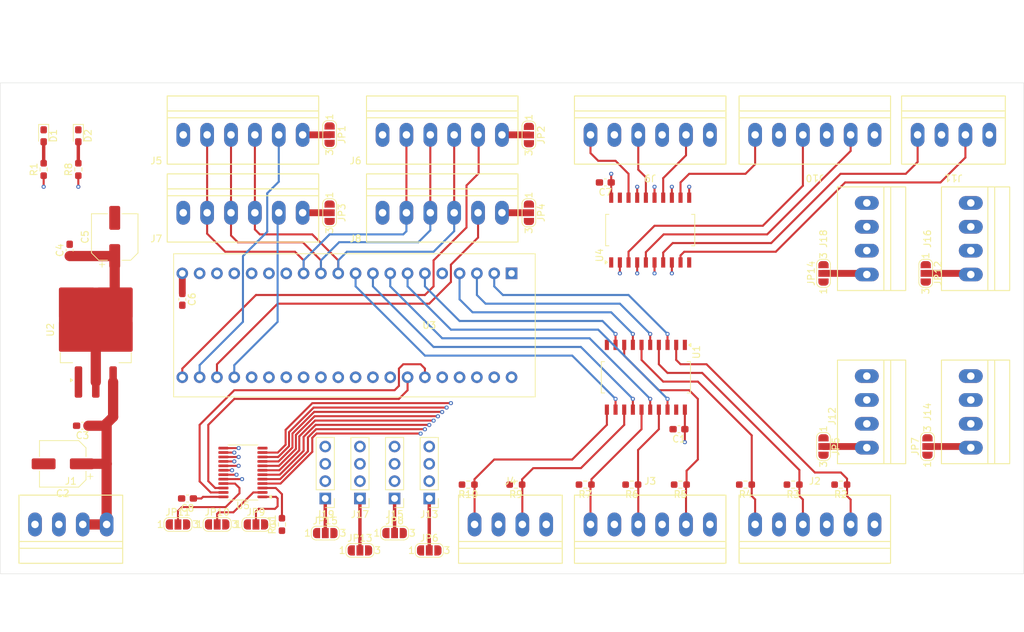
<source format=kicad_pcb>
(kicad_pcb
	(version 20240108)
	(generator "pcbnew")
	(generator_version "8.0")
	(general
		(thickness 1.6)
		(legacy_teardrops no)
	)
	(paper "A4")
	(layers
		(0 "F.Cu" signal)
		(1 "In1.Cu" signal)
		(2 "In2.Cu" signal)
		(31 "B.Cu" signal)
		(32 "B.Adhes" user "B.Adhesive")
		(33 "F.Adhes" user "F.Adhesive")
		(34 "B.Paste" user)
		(35 "F.Paste" user)
		(36 "B.SilkS" user "B.Silkscreen")
		(37 "F.SilkS" user "F.Silkscreen")
		(38 "B.Mask" user)
		(39 "F.Mask" user)
		(40 "Dwgs.User" user "User.Drawings")
		(41 "Cmts.User" user "User.Comments")
		(42 "Eco1.User" user "User.Eco1")
		(43 "Eco2.User" user "User.Eco2")
		(44 "Edge.Cuts" user)
		(45 "Margin" user)
		(46 "B.CrtYd" user "B.Courtyard")
		(47 "F.CrtYd" user "F.Courtyard")
		(48 "B.Fab" user)
		(49 "F.Fab" user)
		(50 "User.1" user)
		(51 "User.2" user)
		(52 "User.3" user)
		(53 "User.4" user)
		(54 "User.5" user)
		(55 "User.6" user)
		(56 "User.7" user)
		(57 "User.8" user)
		(58 "User.9" user)
	)
	(setup
		(stackup
			(layer "F.SilkS"
				(type "Top Silk Screen")
			)
			(layer "F.Paste"
				(type "Top Solder Paste")
			)
			(layer "F.Mask"
				(type "Top Solder Mask")
				(thickness 0.01)
			)
			(layer "F.Cu"
				(type "copper")
				(thickness 0.035)
			)
			(layer "dielectric 1"
				(type "prepreg")
				(thickness 0.1)
				(material "FR4")
				(epsilon_r 4.5)
				(loss_tangent 0.02)
			)
			(layer "In1.Cu"
				(type "copper")
				(thickness 0.035)
			)
			(layer "dielectric 2"
				(type "core")
				(thickness 1.24)
				(material "FR4")
				(epsilon_r 4.5)
				(loss_tangent 0.02)
			)
			(layer "In2.Cu"
				(type "copper")
				(thickness 0.035)
			)
			(layer "dielectric 3"
				(type "prepreg")
				(thickness 0.1)
				(material "FR4")
				(epsilon_r 4.5)
				(loss_tangent 0.02)
			)
			(layer "B.Cu"
				(type "copper")
				(thickness 0.035)
			)
			(layer "B.Mask"
				(type "Bottom Solder Mask")
				(thickness 0.01)
			)
			(layer "B.Paste"
				(type "Bottom Solder Paste")
			)
			(layer "B.SilkS"
				(type "Bottom Silk Screen")
			)
			(copper_finish "None")
			(dielectric_constraints no)
		)
		(pad_to_mask_clearance 0)
		(allow_soldermask_bridges_in_footprints no)
		(pcbplotparams
			(layerselection 0x00010fc_ffffffff)
			(plot_on_all_layers_selection 0x0000000_00000000)
			(disableapertmacros no)
			(usegerberextensions no)
			(usegerberattributes yes)
			(usegerberadvancedattributes yes)
			(creategerberjobfile yes)
			(dashed_line_dash_ratio 12.000000)
			(dashed_line_gap_ratio 3.000000)
			(svgprecision 4)
			(plotframeref no)
			(viasonmask no)
			(mode 1)
			(useauxorigin no)
			(hpglpennumber 1)
			(hpglpenspeed 20)
			(hpglpendiameter 15.000000)
			(pdf_front_fp_property_popups yes)
			(pdf_back_fp_property_popups yes)
			(dxfpolygonmode yes)
			(dxfimperialunits yes)
			(dxfusepcbnewfont yes)
			(psnegative no)
			(psa4output no)
			(plotreference yes)
			(plotvalue yes)
			(plotfptext yes)
			(plotinvisibletext no)
			(sketchpadsonfab no)
			(subtractmaskfromsilk no)
			(outputformat 1)
			(mirror no)
			(drillshape 1)
			(scaleselection 1)
			(outputdirectory "")
		)
	)
	(net 0 "")
	(net 1 "GND")
	(net 2 "+5V")
	(net 3 "+3.3V")
	(net 4 "Net-(D1-A)")
	(net 5 "Net-(D2-A)")
	(net 6 "POCI")
	(net 7 "Net-(J5-Pin_1)")
	(net 8 "PICO")
	(net 9 "SCK")
	(net 10 "CS1")
	(net 11 "CS0")
	(net 12 "Net-(J6-Pin_1)")
	(net 13 "CS3")
	(net 14 "Net-(J7-Pin_1)")
	(net 15 "Net-(J8-Pin_1)")
	(net 16 "CS2")
	(net 17 "Net-(J9-Pin_4)")
	(net 18 "Net-(J9-Pin_6)")
	(net 19 "Net-(J9-Pin_2)")
	(net 20 "OUT-SD0")
	(net 21 "Net-(J12-Pin_1)")
	(net 22 "OUT-SC0")
	(net 23 "OUT-SC4")
	(net 24 "Net-(J13-Pin_1)")
	(net 25 "OUT-SD4")
	(net 26 "OUT-SC1")
	(net 27 "Net-(J14-Pin_1)")
	(net 28 "OUT-SD1")
	(net 29 "OUT-SC5")
	(net 30 "OUT-SD5")
	(net 31 "Net-(J15-Pin_1)")
	(net 32 "OUT-SC2")
	(net 33 "OUT-SD2")
	(net 34 "Net-(J16-Pin_1)")
	(net 35 "Net-(J17-Pin_1)")
	(net 36 "OUT-SC6")
	(net 37 "OUT-SD6")
	(net 38 "OUT-SC3")
	(net 39 "Net-(J18-Pin_1)")
	(net 40 "OUT-SD3")
	(net 41 "Net-(J19-Pin_1)")
	(net 42 "OUT-SC7")
	(net 43 "OUT-SD7")
	(net 44 "Net-(JP9-C)")
	(net 45 "Net-(JP10-C)")
	(net 46 "Net-(JP11-C)")
	(net 47 "Net-(U5-~{RESET})")
	(net 48 "AUX-IN3")
	(net 49 "AUX-IN1")
	(net 50 "AUX-IN6")
	(net 51 "AUX-IN2")
	(net 52 "AUX-IN4")
	(net 53 "SW1-AZ")
	(net 54 "SW2-AZ")
	(net 55 "AUX-IN5")
	(net 56 "unconnected-(U3-PB1-Pad15)")
	(net 57 "unconnected-(U3-3V3-Pad18)")
	(net 58 "EN-AZ")
	(net 59 "EN-EL")
	(net 60 "unconnected-(U3-PB2-Pad16)")
	(net 61 "unconnected-(U3-NRST-Pad5)")
	(net 62 "AUX-OUT1")
	(net 63 "DIR-AZ")
	(net 64 "SCL")
	(net 65 "unconnected-(U3-PB9-Pad37)")
	(net 66 "SDA")
	(net 67 "unconnected-(U3-PB0-Pad14)")
	(net 68 "unconnected-(U3-VBAT-Pad1)")
	(net 69 "unconnected-(U3-3V3-Pad40)")
	(net 70 "unconnected-(U3-PB8-Pad36)")
	(net 71 "unconnected-(U3-PB10-Pad17)")
	(net 72 "STEP-AZ")
	(net 73 "STEP-EL")
	(net 74 "unconnected-(U3-PB5-Pad33)")
	(net 75 "DIR-EL")
	(net 76 "AUX-OUT2")
	(net 77 "Net-(J10-Pin_4)")
	(net 78 "Net-(J10-Pin_6)")
	(net 79 "Net-(J10-Pin_2)")
	(net 80 "Net-(J11-Pin_4)")
	(net 81 "Net-(J11-Pin_2)")
	(net 82 "Net-(J4-Pin_1)")
	(net 83 "Net-(J4-Pin_3)")
	(net 84 "Net-(J3-Pin_5)")
	(net 85 "Net-(J3-Pin_3)")
	(net 86 "Net-(J3-Pin_1)")
	(net 87 "Net-(J2-Pin_1)")
	(net 88 "Net-(J2-Pin_5)")
	(net 89 "Net-(J2-Pin_3)")
	(footprint "LED_SMD:LED_0603_1608Metric_Pad1.05x0.95mm_HandSolder" (layer "F.Cu") (at 62.23 71.261 -90))
	(footprint "Jumper:SolderJumper-3_P1.3mm_Open_RoundedPad1.0x1.5mm_NumberLabels" (layer "F.Cu") (at 76.835 128.27))
	(footprint "spta:SPTA-1-6-3,5" (layer "F.Cu") (at 115.57 82.55 180))
	(footprint "spta:SPTA-1-6-3,5" (layer "F.Cu") (at 170.18 71.12 180))
	(footprint "spta:SPTA-1-6-3,5" (layer "F.Cu") (at 146.05 128.27))
	(footprint "Capacitor_SMD:C_0603_1608Metric_Pad1.08x0.95mm_HandSolder" (layer "F.Cu") (at 139.4725 78.105 180))
	(footprint "Jumper:SolderJumper-3_P1.3mm_Open_RoundedPad1.0x1.5mm_NumberLabels" (layer "F.Cu") (at 186.69 116.84 90))
	(footprint "spta:SPTA-1-4-3,5" (layer "F.Cu") (at 125.56 128.27))
	(footprint "spta:SPTA-1-6-3,5" (layer "F.Cu") (at 170.18 128.27))
	(footprint "Jumper:SolderJumper-3_P1.3mm_Open_RoundedPad1.0x1.5mm_NumberLabels" (layer "F.Cu") (at 128.27 71.15 -90))
	(footprint "Capacitor_SMD:C_0603_1608Metric_Pad1.08x0.95mm_HandSolder" (layer "F.Cu") (at 150.2675 114.3 180))
	(footprint "spta:SPTA-1-4-3,5" (layer "F.Cu") (at 177.8 111.76 90))
	(footprint "Jumper:SolderJumper-3_P1.3mm_Open_RoundedPad1.0x1.5mm_NumberLabels" (layer "F.Cu") (at 171.45 116.84 -90))
	(footprint "Jumper:SolderJumper-3_P1.3mm_Open_RoundedPad1.0x1.5mm_NumberLabels" (layer "F.Cu") (at 99.06 82.55 -90))
	(footprint "Resistor_SMD:R_0603_1608Metric_Pad0.98x0.95mm_HandSolder" (layer "F.Cu") (at 92.075 128.27 90))
	(footprint "BlackPill_F4xx_v2:BlackPill_F4xx_v2" (layer "F.Cu") (at 125.73 91.44 90))
	(footprint "spta:SPTA-1-6-3,5" (layer "F.Cu") (at 146.05 71.12 180))
	(footprint "Resistor_SMD:R_0603_1608Metric_Pad0.98x0.95mm_HandSolder" (layer "F.Cu") (at 119.38 122.428 180))
	(footprint "Resistor_SMD:R_0603_1608Metric_Pad0.98x0.95mm_HandSolder" (layer "F.Cu") (at 160.02 122.428 180))
	(footprint "Resistor_SMD:R_0603_1608Metric_Pad0.98x0.95mm_HandSolder" (layer "F.Cu") (at 136.525 122.428 180))
	(footprint "Jumper:SolderJumper-3_P1.3mm_Open_RoundedPad1.0x1.5mm_NumberLabels" (layer "F.Cu") (at 186.436 91.44 -90))
	(footprint "Resistor_SMD:R_0603_1608Metric_Pad0.98x0.95mm_HandSolder" (layer "F.Cu") (at 173.99 122.428 180))
	(footprint "Capacitor_SMD:C_0603_1608Metric_Pad1.08x0.95mm_HandSolder" (layer "F.Cu") (at 78.232 124.46 180))
	(footprint "Package_SO:SO-20_12.8x7.5mm_P1.27mm" (layer "F.Cu") (at 145.415 106.68 -90))
	(footprint "Resistor_SMD:R_0603_1608Metric_Pad0.98x0.95mm_HandSolder" (layer "F.Cu") (at 57.15 76.2 90))
	(footprint "spta:SPTA-1-4-3,5" (layer "F.Cu") (at 193.04 86.36 90))
	(footprint "Jumper:SolderJumper-3_P1.3mm_Open_RoundedPad1.0x1.5mm_NumberLabels" (layer "F.Cu") (at 171.45 91.44 90))
	(footprint "Jumper:SolderJumper-3_P1.3mm_Open_RoundedPad1.0x1.5mm_NumberLabels" (layer "F.Cu") (at 113.665 132.08))
	(footprint "spta:SPTA-1-6-3,5" (layer "F.Cu") (at 115.57 71.12 180))
	(footprint "Connector_PinHeader_2.54mm:PinHeader_1x04_P2.54mm_Vertical" (layer "F.Cu") (at 113.665 124.46 180))
	(footprint "Jumper:SolderJumper-3_P1.3mm_Open_RoundedPad1.0x1.5mm_NumberLabels" (layer "F.Cu") (at 98.425 129.54))
	(footprint "spta:SPTA-1-6-3,5" (layer "F.Cu") (at 86.36 71.12 180))
	(footprint "Resistor_SMD:R_0603_1608Metric_Pad0.98x0.95mm_HandSolder" (layer "F.Cu") (at 167.005 122.428 180))
	(footprint "Jumper:SolderJumper-3_P1.3mm_Open_RoundedPad1.0x1.5mm_NumberLabels" (layer "F.Cu") (at 82.58 128.27))
	(footprint "Jumper:SolderJumper-3_P1.3mm_Open_RoundedPad1.0x1.5mm_NumberLabels" (layer "F.Cu") (at 88.265 128.27))
	(footprint "spta:SPTA-1-4-3,5" (layer "F.Cu") (at 193.04 111.76 90))
	(footprint "Connector_PinHeader_2.54mm:PinHeader_1x04_P2.54mm_Vertical" (layer "F.Cu") (at 103.505 124.46 180))
	(footprint "Jumper:SolderJumper-3_P1.3mm_Open_RoundedPad1.0x1.5mm_NumberLabels" (layer "F.Cu") (at 99.06 71.09 -90))
	(footprint "Capacitor_SMD:C_0603_1608Metric_Pad1.08x0.95mm_HandSolder" (layer "F.Cu") (at 77.47 95.25 -90))
	(footprint "spta:SPTA-1-4-3,5" (layer "F.Cu") (at 177.8 86.36 90))
	(footprint "Package_TO_SOT_SMD:TO-263-3_TabPin2"
		(layer "F.Cu")
		(uuid "85e0d6a1-6622-4490-a439-6a930d366dcf")
		(at 64.789 99.725 90)
		(descr "TO-263/D2PAK/DDPAK SMD package, http://www.infineon.com/cms/en/product/packages/PG-TO263/PG-TO263-3-1/")
		(tags "
... [197149 chars truncated]
</source>
